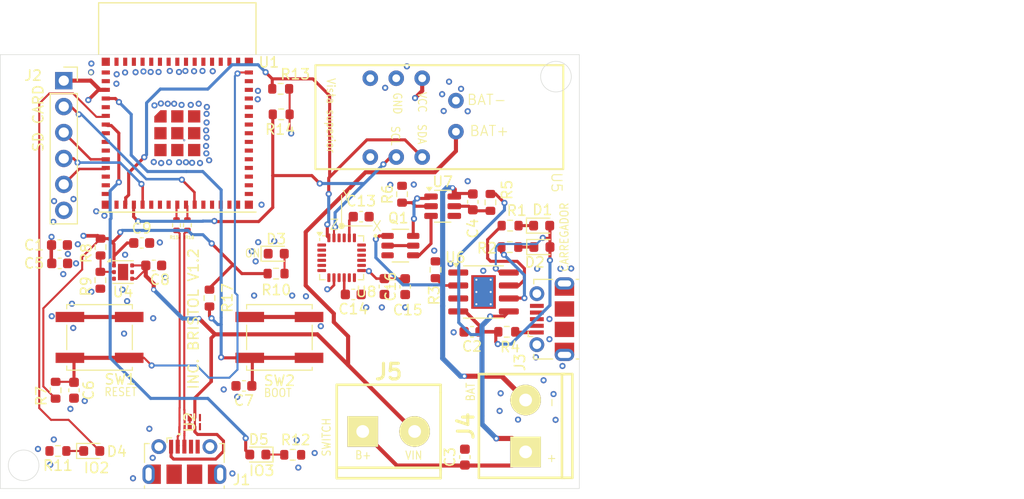
<source format=kicad_pcb>
(kicad_pcb (version 20241229) (generator "pcbnew") (generator_version "9.0")
  (layers (0 "F.Cu" jumper) (4 "In1.Cu" power "OUT-") (6 "In2.Cu" power "3V3") (2 "B.Cu" signal) (13 "F.Paste" user) (15 "B.Paste" user) (5 "F.SilkS" user "F.Silkscreen") (7 "B.SilkS" user "B.Silkscreen") (1 "F.Mask" user) (3 "B.Mask" user) (25 "Edge.Cuts" user))
  (net 0 "")
  (net 1 "/3V3")
  (net 2 "OUT-")
  (net 3 "/VBUSBAT")
  (net 4 "B+")
  (net 5 "Net-(U7-VCC)")
  (net 6 "B-")
  (net 7 "/ESP32_EN")
  (net 8 "/GPIO_0")
  (net 9 "VIN")
  (net 10 "Net-(D1-K)")
  (net 11 "Net-(D2-K)")
  (net 12 "Net-(D3-A)")
  (net 13 "/ESP_LED_1")
  (net 14 "Net-(D4-K)")
  (net 15 "Net-(D5-K)")
  (net 16 "/ESP_LED_2")
  (net 17 "/USB_N")
  (net 18 "/USB_P")
  (net 20 "/MISO")
  (net 21 "/CLK")
  (net 22 "/MOSI")
  (net 23 "/CS")
  (net 27 "Net-(J3-VBUS)")
  (net 28 "Net-(U7-OC)")
  (net 29 "Net-(U7-OD)")
  (net 30 "/CHRG")
  (net 31 "/STDBY")
  (net 32 "Net-(U6-PROG)")
  (net 33 "Net-(U7-CS)")
  (net 34 "Net-(U4-FB)")
  (net 35 "/SDA")
  (net 36 "/SCL")
  (net 69 "Net-(Q1-Pad2)")
  (net 70 "Net-(U8-CPOUT)")
  (net 71 "Net-(U8-REGOUT)")
  (net 86 "/IN_P")
  (net 87 "/IN_N")
  (footprint "Resistor_SMD:R_0402_1005Metric" (layer "F.Cu") (at 68.0974 126.0622 90)
    (property "Reference" "R16")
    (property "Value" "22" (hide yes))
  )
  (footprint "Capacitor_SMD:C_0603_1608Metric" (layer "F.Cu") (at 89.408 132.08 90)
    (property "Reference" "C16")
    (property "Value" "0.1µF 4V" (hide yes))
  )
  (footprint "Capacitor_SMD:C_0603_1608Metric" (layer "F.Cu") (at 73.625 141.8 180)
    (property "Reference" "C7")
    (property "Value" "0,1uF" (hide yes))
  )
  (footprint "Resistor_SMD:R_0603_1608Metric" (layer "F.Cu") (at 97.75 123.825 -90)
    (property "Reference" "R5")
    (property "Value" "100" (hide yes))
  )
  (footprint "Capacitor_SMD:C_0603_1608Metric" (layer "F.Cu") (at 85.103 125.222 180)
    (property "Reference" "C13")
    (property "Value" "2.2nF 50V" (hide yes))
  )
  (footprint "Resistor_SMD:R_0603_1608Metric" (layer "F.Cu") (at 77.275 115.2)
    (property "Reference" "R14")
    (property "Value" "4,7K" (hide yes))
  )
  (footprint "LED_SMD:LED_0603_1608Metric" (layer "F.Cu") (at 58.7375 148.175)
    (property "Reference" "D4")
    (property "Value" "BLUE" (hide yes))
  )
  (footprint "Resistor_SMD:R_0603_1608Metric" (layer "F.Cu") (at 55.425 148.175 180)
    (property "Reference" "R11")
    (property "Value" "1K" (hide yes))
  )
  (footprint "Package_SO:SOIC-8-1EP_3.9x4.9mm_P1.27mm_EP2.41x3.3mm_ThermalVias" (layer "F.Cu") (at 97.075 132.6)
    (property "Reference" "U6")
    (property "Value" "TP4056-42-ESOP8" (hide yes))
  )
  (footprint "Button_Switch_SMD:SW_Push_1P1T_NO_CK_KSC6xxJ" (layer "F.Cu") (at 77.1 137.05)
    (property "Reference" "SW2")
    (property "Value" "BOOT1" (hide yes))
  )
  (footprint "Resistor_SMD:R_0603_1608Metric" (layer "F.Cu") (at 59.579477 131.451958 -90)
    (property "Reference" "R9")
    (property "Value" "200K" (hide yes))
  )
  (footprint "Resistor_SMD:R_0603_1608Metric" (layer "F.Cu") (at 77.225 112.7)
    (property "Reference" "R13")
    (property "Value" "4,7K" (hide yes))
  )
  (footprint "Button_Switch_SMD:SW_Push_1P1T_NO_CK_KSC6xxJ" (layer "F.Cu") (at 59.5 137.05)
    (property "Reference" "SW1")
    (property "Value" "RESET1" (hide yes))
  )
  (footprint "Resistor_SMD:R_0603_1608Metric" (layer "F.Cu") (at 78.4 148.55)
    (property "Reference" "R12")
    (property "Value" "1K" (hide yes))
  )
  (footprint "Resistor_SMD:R_0603_1608Metric" (layer "F.Cu") (at 99.65 128.2)
    (property "Reference" "R2")
    (property "Value" "1K" (hide yes))
  )
  (footprint "MAX17043_module:MAX" (layer "F.Cu") (at 149.715 133.762 -90)
    (property "Reference" "U5")
    (property "Value" "~" (hide yes))
  )
  (footprint "Connector_USB:USB_Micro-B_Molex-105017-0001" (layer "F.Cu") (at 103.7555 135.264 90)
    (property "Reference" "J3")
    (property "Value" "USB_B_Micro" (hide yes))
  )
  (footprint "Resistor_SMD:R_0603_1608Metric" (layer "F.Cu") (at 92.375 130.425 90)
    (property "Reference" "R3")
    (property "Value" "3K" (hide yes))
  )
  (footprint "Capacitor_SMD:C_0603_1608Metric" (layer "F.Cu") (at 55.5775 128)
    (property "Reference" "C1")
    (property "Value" "0,1uF" (hide yes))
  )
  (footprint "Package_SON:WSON-6-1EP_2x2mm_P0.65mm_EP1x1.6mm" (layer "F.Cu") (at 61.8 130.65)
    (property "Reference" "U4")
    (property "Value" "TLV75801PDRV" (hide yes))
  )
  (footprint "LED_SMD:LED_0603_1608Metric" (layer "F.Cu") (at 74.9875 148.525 180)
    (property "Reference" "D5")
    (property "Value" "GREEN" (hide yes))
  )
  (footprint "Connector_PinSocket_2.54mm:PinSocket_1x06_P2.54mm_Vertical" (layer "F.Cu") (at 56 111.9)
    (property "Reference" "J2")
    (property "Value" "Conn_01x06_Socket" (hide yes))
  )
  (footprint "Capacitor_SMD:C_0603_1608Metric" (layer "F.Cu") (at 63.625 127.8)
    (property "Reference" "C9")
    (property "Value" "10uF" (hide yes))
  )
  (footprint "Connector_USB:USB_Micro-B_Molex-105017-0001" (layer "F.Cu") (at 67.8 149.2125)
    (property "Reference" "J1")
    (property "Value" "USB_B_Micro" (hide yes))
  )
  (footprint "mod_conn_screw:mors_2p" (layer "F.Cu") (at 87.793 146.264)
    (property "Reference" "J5")
    (property "Value" "Screw terminal for switch" (hide yes))
  )
  (footprint "Capacitor_SMD:C_0603_1608Metric" (layer "F.Cu") (at 55.6 129.8)
    (property "Reference" "C5")
    (property "Value" "10uF" (hide yes))
  )
  (footprint "footprints:UDFN10_ONS" (layer "F.Cu") (at 68.326 145.3515 90)
    (property "Reference" "U2")
    (property "Value" "ESD7104MUTAG" (hide yes))
  )
  (footprint "Resistor_SMD:R_0603_1608Metric" (layer "F.Cu") (at 76.775 130.8)
    (property "Reference" "R10")
    (property "Value" "5,1K" (hide yes))
  )
  (footprint "Resistor_SMD:R_0603_1608Metric" (layer "F.Cu") (at 99.675 126.1)
    (property "Reference" "R1")
    (property "Value" "1K" (hide yes))
  )
  (footprint "mod_conn_screw:mors_2p" (layer "F.Cu") (at 101.193 145.724 90)
    (property "Reference" "J4")
    (property "Value" "Screw_Terminal_01x02" (hide yes))
  )
  (footprint "LED_SMD:LED_0603_1608Metric" (layer "F.Cu") (at 102.7625 126.1)
    (property "Reference" "D1")
    (property "Value" "RED" (hide yes))
  )
  (footprint "Sensor_Motion:InvenSense_QFN-24_4x4mm_P0.5mm" (layer "F.Cu") (at 83.19 129.25)
    (property "Reference" "U8")
    (property "Value" "MPU-6050" (hide yes))
  )
  (footprint "FS8205:SOT95P280X145-6N" (layer "F.Cu") (at 88.94 128.06)
    (property "Reference" "Q1")
    (property "Value" "FS8205" (hide yes))
  )
  (footprint "Resistor_SMD:R_0402_1005Metric" (layer "F.Cu") (at 67.0306 126.0582 90)
    (property "Reference" "R15")
    (property "Value" "22" (hide yes))
  )
  (footprint "Capacitor_SMD:C_0603_1608Metric" (layer "F.Cu") (at 95.95 136.5 180)
    (property "Reference" "C2")
    (property "Value" "0,1uF")
  )
  (footprint "Resistor_SMD:R_0603_1608Metric" (layer "F.Cu") (at 70.2564 133.1976 -90)
    (property "Reference" "R17")
    (property "Value" "10K" (hide yes))
  )
  (footprint "Resistor_SMD:R_0603_1608Metric" (layer "F.Cu") (at 59.6 128.2 -90)
    (property "Reference" "R8")
    (property "Value" "1M" (hide yes))
  )
  (footprint "ESP32-S3-MINI-1-N8:XCVR_ESP32-S3-MINI-1-N8" (layer "F.Cu") (at 67.11 117.05)
    (property "Reference" "U1")
    (property "Value" "ESP32-S3-MINI-1")
  )
  (footprint "Capacitor_SMD:C_0603_1608Metric" (layer "F.Cu") (at 87.376 132.067 90)
    (property "Reference" "C15")
    (property "Value" "10nF 4V" (hide yes))
  )
  (footprint "Capacitor_SMD:C_0603_1608Metric" (layer "F.Cu") (at 57 142.225 -90)
    (property "Reference" "C6")
    (property "Value" "0,1uF" (hide yes))
  )
  (footprint "Capacitor_SMD:C_0603_1608Metric" (layer "F.Cu") (at 95.25 148.775 -90)
    (property "Reference" "C3")
    (property "Value" "10uF" (hide yes))
  )
  (footprint "Capacitor_SMD:C_0603_1608Metric" (layer "F.Cu") (at 96.025 123.775 90)
    (property "Reference" "C4")
    (property "Value" "0,1uF" (hide yes))
  )
  (footprint "Resistor_SMD:R_0603_1608Metric" (layer "F.Cu") (at 55.2 142.225 90)
    (property "Reference" "R7")
    (property "Value" "10K" (hide yes))
  )
  (footprint "LED_SMD:LED_0603_1608Metric" (layer "F.Cu") (at 102.7875 128.2)
    (property "Reference" "D2")
    (property "Value" "GREEN" (hide yes))
  )
  (footprint "Resistor_SMD:R_0603_1608Metric" (layer "F.Cu") (at 89.1 123.025 90)
    (property "Reference" "R6")
    (property "Value" "1K" (hide yes))
  )
  (footprint "LED_SMD:LED_0603_1608Metric" (layer "F.Cu") (at 76.7875 128.85)
    (property "Reference" "D3")
    (property "Value" "LED" (hide yes))
  )
  (footprint "Package_TO_SOT_SMD:SOT-23-6" (layer "F.Cu") (at 93.075 124.2)
    (property "Reference" "U7")
    (property "Value" "DW01A" (hide yes))
  )
  (footprint "Capacitor_SMD:C_0603_1608Metric" (layer "F.Cu") (at 64.8 130)
    (property "Reference" "C8")
    (property "Value" "10uF" (hide yes))
  )
  (footprint "Capacitor_SMD:C_0603_1608Metric" (layer "F.Cu") (at 84.328 132.842 180)
    (property "Reference" "C14")
    (property "Value" "0.1µF 2V" (hide yes))
  )
  (footprint "Resistor_SMD:R_0603_1608Metric" (layer "F.Cu") (at 99.35 136.5 180)
    (property "Reference" "R4")
    (property "Value" "0.4" (hide yes))
  )
  (gr_line (start 86.18 126.13) (end 83.18 126.13) (stroke (width 0.1)) (layer "F.SilkS"))
  (gr_circle (center 83.18 126.13) (end 83.44 126.13) (stroke (width 0.1)) (fill yes) (layer "F.SilkS"))
  (gr_line (start 83.18 126.13) (end 83.18 123.13) (stroke (width 0.1)) (layer "F.SilkS"))
  (gr_circle (center 104.164 111.506) (end 105.664 111.506) (stroke (width 0.05)) (fill no) (layer "Edge.Cuts"))
  (gr_circle (center 52.07 149.582) (end 53.57 149.582) (stroke (width 0.05)) (fill no) (layer "Edge.Cuts"))
  (gr_rect (start 49.784 109.35) (end 106.453584 151.851704) (stroke (width 0.05)) (fill no) (layer "Edge.Cuts"))
  (gr_text "BAT\n" (at 96.275 143.375 90) (layer "F.SilkS") (effects (font (size 0.8 0.7) (thickness 0.1)) (justify left bottom)))
  (gr_text "Y" (at 83.18 123.76103 0) (layer "F.SilkS") (effects (font (size 1 1) (thickness 0.1)) (justify left bottom)))
  (gr_text "ON" (at 73.675 129.275 0) (layer "F.SilkS") (effects (font (size 0.8 0.7) (thickness 0.1)) (justify left bottom)))
  (gr_text "-\n" (at 104.175 144 90) (layer "F.SilkS") (effects (font (size 0.8 0.8) (thickness 0.1)) (justify left bottom)))
  (gr_text "Z" (at 81.925 126.596201 0) (layer "F.SilkS") (effects (font (size 1 1) (thickness 0.1)) (justify left bottom)))
  (gr_text "INC. BRISTOL V1.2" (at 68.69 135.23 90) (layer "F.SilkS") (effects (font (size 1 1))))
  (gr_text "SD CARD" (at 53.5 115.59 90) (layer "F.SilkS") (effects (font (size 1 1))))
  (gr_text "RESET" (at 59.919332 142.861765 0) (layer "F.SilkS") (effects (font (size 0.8 0.7) (thickness 0.1)) (justify left bottom)))
  (gr_text "+\n" (at 104.15 149.475 90) (layer "F.SilkS") (effects (font (size 0.8 0.8) (thickness 0.1)) (justify left bottom)))
  (gr_text "SWITCH" (at 82.175 148.775 90) (layer "F.SilkS") (effects (font (size 0.8 0.7) (thickness 0.1)) (justify left bottom)))
  (gr_text "IO3" (at 75.37 150.11 0) (layer "F.SilkS") (effects (font (size 1 1))))
  (gr_text "VIN" (at 89.35 149.075 0) (layer "F.SilkS") (effects (font (size 0.8 0.7) (thickness 0.1)) (justify left bottom)))
  (gr_text "IO2\n" (at 59.21 149.83 0) (layer "F.SilkS") (effects (font (size 1 1))))
  (gr_text "CARREGADOR" (at 105.45 130.68 90) (layer "F.SilkS") (effects (font (size 0.8 0.7) (thickness 0.1)) (justify left bottom)))
  (gr_text "B+\n" (at 84.45 149.05 0) (layer "F.SilkS") (effects (font (size 0.8 0.7) (thickness 0.1)) (justify left bottom)))
  (gr_text "X" (at 86.106 126.746 0) (layer "F.SilkS") (effects (font (size 1 1) (thickness 0.1)) (justify left bottom)))
  (gr_text "BOOT\n" (at 75.525 142.95 0) (layer "F.SilkS") (effects (font (size 0.8 0.7) (thickness 0.1)) (justify left bottom)))
  (segment (start 82.44 131.936) (end 82.042 132.334) (width 0.25) (layer "F.Cu") (net 1))
  (segment (start 58.626386 111.9) (end 56 111.9) (width 0.4) (layer "F.Cu") (net 1))
  (segment (start 91.073 112.902) (end 90.375 113.6) (width 0.4) (layer "F.Cu") (net 1))
  (segment (start 60.375 127.375) (end 59.6 127.375) (width 0.3) (layer "F.Cu") (net 1))
  (segment (start 78.1 112.75) (end 78.05 112.7) (width 0.2) (layer "F.Cu") (net 1))
  (segment (start 72.5569 129.9319) (end 73.425 130.8) (width 0.3) (layer "F.Cu") (net 1))
  (segment (start 85.796 130.5) (end 85.852 130.556) (width 0.25) (layer "F.Cu") (net 1))
  (segment (start 60.9125 130) (end 60.9125 129.0875) (width 0.3) (layer "F.Cu") (net 1))
  (segment (start 87.376 131.292) (end 86.588 131.292) (width 0.25) (layer "F.Cu") (net 1))
  (segment (start 60.9125 129.0875) (end 62.2 127.8) (width 0.3) (layer "F.Cu") (net 1))
  (segment (start 59.301386 112.898614) (end 58.4 113.8) (width 0.35) (layer "F.Cu") (net 1))
  (segment (start 55.2 143.05) (end 54 141.85) (width 0.2) (layer "F.Cu") (net 1))
  (segment (start 54.775 128.0225) (end 54.775 127.225) (width 0.2) (layer "F.Cu") (net 1))
  (segment (start 70.2564 132.3726) (end 70.2564 132.2324) (width 0.3) (layer "F.Cu") (net 1))
  (segment (start 70.4741 127.8491) (end 72.5569 129.9319) (width 0.3) (layer "F.Cu") (net 1))
  (segment (start 60.9125 130) (end 60.9125 127.9125) (width 0.3) (layer "F.Cu") (net 1))
  (segment (start 60.7625 127.7625) (end 60.375 127.375) (width 0.3) (layer "F.Cu") (net 1))
  (segment (start 89.408 131.305) (end 87.389 131.305) (width 0.25) (layer "F.Cu") (net 1))
  (segment (start 78.1 115.2) (end 78.1 112.75) (width 0.2) (layer "F.Cu") (net 1))
  (segment (start 78.1 116.925) (end 78.25 117.075) (width 0.2) (layer "F.Cu") (net 1))
  (segment (start 54.775 127.225) (end 54.8 127.2) (width 0.2) (layer "F.Cu") (net 1))
  (segment (start 57.925 127.1) (end 59.325 127.1) (width 0.35) (layer "F.Cu") (net 1))
  (segment (start 61.525 127) (end 60.7625 127.7625) (width 0.3) (layer "F.Cu") (net 1))
  (segment (start 60.11 112.8) (end 60.085905 112.824095) (width 0.35) (layer "F.Cu") (net 1))
  (segment (start 60.11 112.8) (end 59.526386 112.8) (width 0.4) (layer "F.Cu") (net 1))
  (segment (start 82.042 132.334) (end 81.788 132.334) (width 0.25) (layer "F.Cu") (net 1))
  (segment (start 57.8 129.175) (end 59.6 127.375) (width 0.2) (layer "F.Cu") (net 1))
  (segment (start 59.325 127.1) (end 59.6 127.375) (width 0.35) (layer "F.Cu") (net 1))
  (segment (start 85.14 130.5) (end 85.796 130.5) (width 0.25) (layer "F.Cu") (net 1))
  (segment (start 54 141.85) (end 54 134.2) (width 0.2) (layer "F.Cu") (net 1))
  (segment (start 54 134.2) (end 57.8 130.4) (width 0.2) (layer "F.Cu") (net 1))
  (segment (start 82.44 131.2) (end 82.44 131.936) (width 0.25) (layer "F.Cu") (net 1))
  (segment (start 91.073 111.664) (end 91.073 112.902) (width 0.4) (layer "F.Cu") (net 1))
  (segment (start 57.8 130.4) (end 57.8 129.175) (width 0.2) (layer "F.Cu") (net 1))
  (segment (start 62.2 127.8) (end 62.85 127.8) (width 0.3) (layer "F.Cu") (net 1))
  (segment (start 59.526386 112.8) (end 58.626386 111.9) (width 0.4) (layer "F.Cu") (net 1))
  (segment (start 60.9125 127.9125) (end 60.7625 127.7625) (width 0.3) (layer "F.Cu") (net 1))
  (segment (start 87.389 131.305) (end 87.376 131.292) (width 0.25) (layer "F.Cu") (net 1))
  (segment (start 54.775 128.0225) (end 54.7525 128) (width 0.2) (layer "F.Cu") (net 1))
  (segment (start 86.588 131.292) (end 85.852 130.556) (width 0.25) (layer "F.Cu") (net 1))
  (segment (start 61.525 126.75) (end 61.525 127) (width 0.2) (layer "F.Cu") (net 1))
  (segment (start 54.775 129.8) (end 54.775 128.0225) (width 0.35) (layer "F.Cu") (net 1))
  (segment (start 78.1 115.2) (end 78.1 116.925) (width 0.2) (layer "F.Cu") (net 1))
  (segment (start 70.2564 132.2324) (end 72.5569 129.9319) (width 0.3) (layer "F.Cu") (net 1))
  (segment (start 73.425 130.8) (end 75.95 130.8) (width 0.3) (layer "F.Cu") (net 1))
  (via (at 78.25 117.075) (size 0.6) (drill 0.3) (layers "F.Cu" "B.Cu") (net 1))
  (via (at 61.525 126.75) (size 0.6) (drill 0.3) (layers "F.Cu" "B.Cu") (net 1))
  (via (at 58.4 113.8) (size 0.6) (drill 0.3) (layers "F.Cu" "B.Cu") (net 1))
  (via (at 81.788 132.334) (size 0.6) (drill 0.3) (layers "F.Cu" "B.Cu") (net 1))
  (via (at 90.375 113.6) (size 0.6) (drill 0.3) (layers "F.Cu" "B.Cu") (net 1))
  (via (at 70.4741 127.8491) (size 0.6) (drill 0.3) (layers "F.Cu" "B.Cu") (net 1))
  (via (at 57.925 127.1) (size 0.6) (drill 0.3) (layers "F.Cu" "B.Cu") (net 1))
  (via (at 85.852 130.556) (size 0.6) (drill 0.3) (layers "F.Cu" "B.Cu") (net 1))
  (via (at 54.8 127.2) (size 0.6) (drill 0.3) (layers "F.Cu" "B.Cu") (net 1))
  (segment (start 68.14 126.57) (end 61.705 126.57) (width 0.3) (layer "B.Cu") (net 1))
  (segment (start 69.615 126.99) (end 68.56 126.99) (width 0.3) (layer "B.Cu") (net 1))
  (segment (start 70.4741 127.8491) (end 69.615 126.99) (width 0.3) (layer "B.Cu") (net 1))
  (segment (start 68.56 126.99) (end 68.14 126.57) (width 0.3) (layer "B.Cu") (net 1))
  (segment (start 61.705 126.57) (end 61.525 126.75) (width 0.3) (layer "B.Cu") (net 1))
  (segment (start 68.306 145.697001) (end 68.306 145.6299) (width 0.2) (layer "F.Cu") (net 2))
  (segment (start 68.306 145.6299) (end 68.310201 145.625699) (width 0.2) (layer "F.Cu") (net 2))
  (segment (start 74.2 135.05) (end 80 135.05) (width 0.4) (layer "F.Cu") (net 2))
  (segment (start 68.326 145.796) (end 68.326 144.907) (width 0.2) (layer "F.Cu") (net 2))
  (segment (start 56.6 135.05) (end 62.4 135.05) (width 0.4) (layer "F.Cu") (net 2))
  (via (at 61.9 136.675) (size 0.6) (drill 0.3) (layers "F.Cu" "B.Cu") (net 2))
  (via (at 87.45 112.6) (size 0.6) (drill 0.3) (layers "F.Cu" "B.Cu") (net 2))
  (via (at 54.975 125.725) (size 0.6) (drill 0.3) (layers "F.Cu" "B.Cu") (net 2))
  (via (at 55.05 123.7) (size 0.6) (drill 0.3) (layers "F.Cu" "B.Cu") (net 2))
  (via (at 61.15 112.2) (size 0.6) (drill 0.3) (layers "F.Cu" "B.Cu") (net 2))
  (via (at 69.95 119.025) (size 0.6) (drill 0.3) (layers "F.Cu" "B.Cu") (net 2))
  (via (at 61.75 132.375) (size 0.6) (drill 0.3) (layers "F.Cu" "B.Cu") (net 2))
  (via (at 57.375 127.925) (size 0.6) (drill 0.3) (layers "F.Cu" "B.Cu") (net 2))
  (via (at 85.598 134.112) (size 0.6) (drill 0.3) (layers "F.Cu" "B.Cu") (net 2))
  (via (at 65.53 119.97) (size 0.6) (drill 0.3) (layers "F.Cu" "B.Cu") (net 2))
  (via (at 64.5 111.05) (size 0.6) (drill 0.3) (layers "F.Cu" "B.Cu") (net 2))
  (via (at 89.575 110.5) (size 0.6) (drill 0.3) (layers "F.Cu" "B.Cu") (net 2))
  (via (at 69.925 118.3) (size 0.6) (drill 0.3) (layers "F.Cu" "B.Cu") (net 2))
  (via (at 65.4 127.75) (size 0.6) (drill 0.3) (layers "F.Cu" "B.Cu") (net 2))
  (via (at 75.35 124.05) (size 0.6) (drill 0.3) (layers "F.Cu" "B.Cu") (net 2))
  (via (at 63.025 111.075) (size 0.6) (drill 0.3) (layers "F.Cu" "B.Cu") (net 2))
  (via (at 95.525 114.9) (size 0.6) (drill 0.3) (layers "F.Cu" "B.Cu") (net 2))
  (via (at 67.275 111.05) (size 0.6) (drill 0.3) (layers "F.Cu" "B.Cu") (net 2))
  (via (at 67.28 119.895) (size 0.6) (drill 0.3) (layers "F.Cu" "B.Cu") (net 2))
  (via (at 75 112.9) (size 0.6) (drill 0.3) (layers "F.Cu" "B.Cu") (net 2))
  (via (at 94.875 112.7) (size 0.6) (drill 0.3) (layers "F.Cu" "B.Cu") (net 2))
  (via (at 103.525 137.225) (size 0.6) (drill 0.3) (layers "F.Cu" "B.Cu") (net 2))
  (via (at 69.925 116.775) (size 0.6) (drill 0.3) (layers "F.Cu" "B.Cu") (net 2))
  (via (at 75.025 127.725) (size 0.6) (drill 0.3) (layers "F.Cu" "B.Cu") (net 2))
  (via (at 53.475 147.975) (size 0.6) (drill 0.3) (layers "F.Cu" "B.Cu") (net 2))
  (via (at 56.65 144.05) (size 0.6) (drill 0.3) (layers "F.Cu" "B.Cu") (net 2))
  (via (at 98.75 142.525) (size 0.6) (drill 0.3) (layers "F.Cu" "B.Cu") (net 2))
  (via (at 93.7 112) (size 0.6) (drill 0.3) (layers "F.Cu" "B.Cu") (net 2))
  (via (at 65.275 111.05) (size 0.6) (drill 0.3) (layers "F.Cu" "B.Cu") (net 2))
  (via (at 70.575 110.975) (size 0.6) (drill 0.3) (layers "F.Cu" "B.Cu") (net 2))
  (via (at 58.7 110.225) (size 0.6) (drill 0.3) (layers "F.Cu" "B.Cu") (net 2))
  (via (at 58.7 132.575) (size 0.6) (drill 0.3) (layers "F.Cu" "B.Cu") (net 2))
  (via (at 69.575 110.95) (size 0.6) (drill 0.3) (layers "F.Cu" "B.Cu") (net 2))
  (via (at 61.175 111.275) (size 0.6) (drill 0.3) (layers "F.Cu" "B.Cu") (net 2))
  (via (at 98.65 144.25) (size 0.6) (drill 0.3) (layers "F.Cu" "B.Cu") (net 2))
  (via (at 62.775 150.85) (size 0.6) (drill 0.3) (layers "F.Cu" "B.Cu") (net 2))
  (via (at 55.95 130.85) (size 0.6) (drill 0.3) (layers "F.Cu" "B.Cu") (net 2))
  (via (at 58.675 111.075) (size 0.6) (drill 0.3) (layers "F.Cu" "B.Cu") (net 2))
  (via (at 56.4 128.875) (size 0.6) (drill 0.3) (layers "F.Cu" "B.Cu") (net 2))
  (via (at 54.675 149.525) (size 0.6) (drill 0.3) (layers "F.Cu" "B.Cu") (net 2))
  (via (at 56.925 136.125) (size 0.6) (drill 0.3) (layers "F.Cu" "B.Cu") (net 2))
  (via (at 67.955 119.895) (size 0.6) (drill 0.3) (layers "F.Cu" "B.Cu") (net 2))
  (via (at 74.975 113.725) (size 0.6) (drill 0.3) (layers "F.Cu" "B.Cu") (net 2))
  (via (at 94.15 136.55) (size 0.6) (drill 0.3) (layers "F.Cu" "B.Cu") (net 2))
  (via (at 78.35 132.95) (size 0.6) (drill 0.3) (layers "F.Cu" "B.Cu") (net 2))
  (via (at 65.5 114.135) (size 0.6) (drill 0.3) (layers "F.Cu" "B.Cu") (net 2))
  (via (at 54.825 134.975) (size 0.6) (drill 0.3) (layers "F.Cu" "B.Cu") (net 2))
  (via (at 59.975 125.125) (size 0.6) (drill 0.3) (layers "F.Cu" "B.Cu") (net 2))
  (via (at 74.775 129.6) (size 0.6) (drill 0.3) (layers "F.Cu" "B.Cu") (net 2))
  (via (at 69.33 119.97) (size 0.6) (drill 0.3) (layers "F.Cu" "B.Cu") (net 2))
  (via (at 93.025 113.225) (size 0.6) (drill 0.3) (layers "F.Cu" "B.Cu") (net 2))
  (via (at 59.175 124.7) (size 0.6) (drill 0.3) (layers "F.Cu" "B.Cu") (net 2))
  (via (at 105.65 130.3) (size 0.6) (drill 0.3) (layers "F.Cu" "B.Cu") (net 2))
  (via (at 80.55 148.375) (size 0.6) (drill 0.3) (layers "F.Cu" "B.Cu") (net 2))
  (via (at 64.7 148.85) (size 0.6) (drill 0.3) (layers "F.Cu" "B.Cu") (net 2))
  (via (at 87.95 122.1) (size 0.6) (drill 0.3) (layers "F.Cu" "B.Cu") (net 2))
  (via (at 87.122 134.112) (size 0.6) (drill 0.3) (layers "F.Cu" "B.Cu") (net 2))
  (via (at 58.05 143.275) (size 0.6) (drill 0.3) (layers "F.Cu" "B.Cu") (net 2))
  (via (at 71.65 142.15) (size 0.6) (drill 0.3) (layers "F.Cu" "B.Cu") (net 2))
  (via (at 67.525 114.275) (size 0.6) (drill 0.3) (layers "F.Cu" "B.Cu") (net 2))
  (via (at 70.225 119.7) (size 0.6) (drill 0.3) (layers "F.Cu" "B.Cu") (net 2))
  (via (at 102.95 141.25) (size 0.6) (drill 0.3) (layers "F.Cu" "B.Cu") (net 2))
  (via (at 104.125 145.125) (size 0.6) (drill 0.3) (layers "F.Cu" "B.Cu") (net 2))
  (via (at 95.525 121.75) (size 0.6) (drill 0.3) (layers "F.Cu" "B.Cu") (net 2))
  (via (at 63.8 111) (size 0.6) (drill 0.3) (layers "F.Cu" "B.Cu") (net 2))
  (via (at 65.95 131.15) (size 0.6) (drill 0.3) (layers "F.Cu" "B.Cu") (net 2))
  (via (at 68.425 114.275) (size 0.6) (drill 0.3) (layers "F.Cu" "B.Cu") (net 2))
  (via (at 72.5 150.375) (size 0.6) (drill 0.3) (layers "F.Cu" "B.Cu") (net 2))
  (via (at 68.555 119.945) (size 0.6) (drill 0.3) (layers "F.Cu" "B.Cu") (net 2))
  (via (at 93.85 129.85) (size 0.6) (drill 0.3) (layers "F.Cu" "B.Cu") (net 2))
  (via (at 104.6 130.325) (size 0.6) (drill 0.3) (layers "F.Cu" "B.Cu") (net 2))
  (via (at 93.175 114.875) (size 0.6) (drill 0.3) (layers "F.Cu" "B.Cu") (net 2))
  (via (at 69.2 114.16) (size 0.6) (drill 0.3) (layers "F.Cu" "B.Cu") (net 2))
  (via (at 92.25 128.55) (size 0.6) (drill 0.3) (layers "F.Cu" "B.Cu") (net 2))
  (via (at 62.2 133.5) (size 0.6) (drill 0.3) (layers "F.Cu" "B.Cu") (net 2))
  (via (at 74.625 132.95) (size 0.6) (drill 0.3) (layers "F.Cu" "B.Cu") (net 2))
  (via (at 72.975 142.875) (size 0.6) (drill 0.3) (layers "F.Cu" "B.Cu") (net 2))
  (via (at 89.408 134.112) (size 0.6) (drill 0.3) (layers "F.Cu" "B.Cu") (net 2))
  (via (at 69.975 117.475) (size 0.6) (drill 0.3) (layers "F.Cu" "B.Cu") (net 2))
  (via (at 78.8 147.125) (size 0.6) (drill 0.3) (layers "F.Cu" "B.Cu") (net 2))
  (via (at 103.925 142.6) (size 0.6) (drill 0.3) (layers "F.Cu" "B.Cu") (net 2))
  (via (at 69.975 116) (size 0.6) (drill 0.3) (layers "F.Cu" "B.Cu") (net 2))
  (via (at 57.2 129.8) (size 0.6) (drill 0.3) (layers "F.Cu" "B.Cu") (net 2))
  (via (at 66.305 119.895) (size 0.6) (drill 0.3) (layers "F.Cu" "B.Cu") (net 2))
  (via (at 62 111.1) (size 0.6) (drill 0.3) (layers "F.Cu" "B.Cu") (net 2))
  (via (at 102.325 130.325) (size 0.6) (drill 0.3) (layers "F.Cu" "B.Cu") (net 2))
  (via (at 79.7 133.025) (size 0.6) (drill 0.3) (layers "F.Cu" "B.Cu") (net 2))
  (via (at 67.78 117.73) (size 0.2) (drill 0.1) (layers "F.Cu" "B.Cu") (net 2))
  (via (at 64.375 146) (size 0.6) (drill 0.3) (layers "F.Cu" "B.Cu") (net 2))
  (via (at 56.8 133.75) (size 0.6) (drill 0.3) (layers "F.Cu" "B.Cu") (net 2))
  (via (at 66.175 114.16) (size 0.6) (drill 0.3) (layers "F.Cu" "B.Cu") (net 2))
  (via (at 66.8 114.16) (size 0.6) (drill 0.3) (layers "F.Cu" "B.Cu") (net 2))
  (via (at 102.2 139) (size 0.6) (drill 0.3) (layers "F.Cu" "B.Cu") (net 2))
  (via (at 66.375 110.95) (size 0.6) (drill 0.3) (layers "F.Cu" "B.Cu") (net 2))
  (via (at 68.75 110.975) (size 0.6) (drill 0.3) (layers "F.Cu" "B.Cu") (net 2))
  (via (at 103.525 135.25) (size 0.6) (drill 0.3) (layers "F.Cu" "B.Cu") (net 2))
  (via (at 62 128.95) (size 0.6) (drill 0.3) (layers "F.Cu" "B.Cu") (net 2))
  (via (at 76.6 127.625) (size 0.6) (drill 0.3) (layers "F.Cu" "B.Cu") (net 2))
  (via (at 74.4 128.625) (size 0.6) (drill 0.3) (layers "F.Cu" "B.Cu") (net 2))
  (via (at 55.025 147.05) (size 0.6) (drill 0.3) (layers "F.Cu" "B.Cu") (net 2))
  (via (at 78.95 149.8) (size 0.6) (drill 0.3) (layers "F.Cu" "B.Cu") (net 2))
  (via (at 67.9 110.95) (size 0.6) (drill 0.3) (layers "F.Cu" "B.Cu") (net 2))
  (via (at 64.875 114.325) (size 0.6) (drill 0.3) (layers "F.Cu" "B.Cu") (net 2))
  (via (at 56.95 123.5) (size 0.6) (drill 0.3) (layers "F.Cu" "B.Cu") (net 2))
  (via (at 81.15 135.95) (size 0.6) (drill 0.3) (layers "F.Cu" "B.Cu") (net 2))
  (via (at 70 114.475) (size 0.6) (drill 0.3) (layers "F.Cu" "B.Cu") (net 2))
  (via (at 104.8 139.85) (size 0.6) (drill 0.3) (layers "F.Cu" "B.Cu") (net 2))
  (via (at 97.05 130.525) (size 0.6) (drill 0.3) (layers "F.Cu" "B.Cu") (net 2))
  (via (at 64.75 135.175) (size 0.6) (drill 0.3) (layers "F.Cu" "B.Cu") (net 2))
  (via (at 64.805 119.87) (size 0.6) (drill 0.3) (layers "F.Cu" "B.Cu") (net 2))
  (via (at 69.975 115.15) (size 0.6) (drill 0.3) (layers "F.Cu" "B.Cu") (net 2))
  (via (at 90.25 122.075) (size 0.6) (drill 0.3) (layers "F.Cu" "B.Cu") (net 2))
  (via (at 100.45 145.1) (size 0.6) (drill 0.3) (layers "F.Cu" "B.Cu") (net 2))
  (segment (start 98.475 137.7) (end 98.275 137.5) (width 0.3) (layer "F.Cu") (net 3))
  (segment (start 103.575 127.3) (end 103.575 126.125) (width 0.3) (layer "F.Cu") (net 3))
  (segment (start 98.275 136.75) (end 98.525 136.5) (width 0.3) (layer "F.Cu") (net 3))
  (segment (start 99.55 130.695) (end 98.67 130.695) (width 0.2) (layer "F.Cu") (net 3))
  (segment (start 95.28 134.505) (end 94.6 134.505) (width 0.35) (layer "F.Cu") (net 3))
  (segment (start 98.275 137.5) (end 98.275 136.75) (width 0.3) (layer "F.Cu") (net 3))
  (segment (start 103.575 128.2) (end 103.575 127.3) (width 0.3) (layer "F.Cu") (net 3))
  (segment (start 96.775 136.5) (end 96.775 136) (width 0.35) (layer "F.Cu") (net 3))
  (segment (start 103.575 128.2) (end 103.575 129.5) (width 0.3) (layer "F.Cu") (net 3))
  (segment (start 98.67 130.695) (end 98.275 130.3) (width 0.2) (layer "F.Cu") (net 3))
  (segment (start 102.875 127.3) (end 103.575 127.3) (width 0.2) (layer "F.Cu") (net 3))
  (segment (start 96.775 136.5) (end 98.525 136.5) (width 0.35) (layer "F.Cu") (net 3))
  (segment (start 103.575 126.125) (end 103.55 126.1) (width 0.3) (layer "F.Cu") (net 3))
  (segment (start 96.775 136) (end 95.28 134.505) (width 0.35) (layer "F.Cu") (net 3))
  (segment (start 96.775 136.5) (end 96.495 136.5) (width 0.35) (layer "F.Cu") (net 3))
  (via (at 98.475 137.7) (size 0.6) (drill 0.3) (layers "F.Cu" "B.Cu") (net 3))
  (via (at 98.275 130.3) (size 0.6) (drill 0.3) (layers "F.Cu" "B.Cu") (net 3))
  (via (at 102.875 127.3) (size 0.6) (drill 0.3) (layers "F.Cu" "B.Cu") (net 3))
  (via (at 103.575 129.5) (size 0.6) (drill 0.3) (layers "F.Cu" "B.Cu") (net 3))
  (segment (start 98.275 128.2) (end 98.575 127.9) (width 0.2) (layer "B.Cu") (net 3))
  (segment (start 103.575 129.5) (end 103.575 133.9) (width 0.3) (layer "B.Cu") (net 3))
  (segment (start 98.575 127.9) (end 102.275 127.9) (width 0.2) (layer "B.Cu") (net 3))
  (segment (start 102.275 127.9) (end 102.875 127.3) (width 0.2) (layer "B.Cu") (net 3))
  (segment (start 101.075 136.4) (end 99.775 137.7) (width 0.3) (layer "B.Cu") (net 3))
  (segment (start 99.775 137.7) (end 98.475 137.7) (width 0.3) (layer "B.Cu") (net 3))
  (segment (start 98.275 130.3) (end 98.275 128.2) (width 0.2) (layer "B.Cu") (net 3))
  (segment (start 103.575 133.9) (end 101.075 136.4) (width 0.3) (layer "B.Cu") (net 3))
  (segment (start 99.055 135) (end 97.725 135) (width 0.35) (layer "F.Cu") (net 4))
  (segment (start 88.589 149.6) (end 85.253 146.264) (width 0.4) (layer "F.Cu") (net 4))
  (segment (start 95.25 149.6) (end 99.857 149.6) (width 0.4) (layer "F.Cu") (net 4))
  (segment (start 95.25 149.6) (end 88.589 149.6) (width 0.4) (layer "F.Cu") (net 4))
  (segment (start 97.75 123) (end 98.25 123) (width 0.3) (layer "F.Cu") (net 4))
  (segment (start 98.325 146.95) (end 99.879 146.95) (width 0.5) (layer "F.Cu") (net 4))
  (segment (start 98.25 123) (end 99.125 123.875) (width 0.3) (layer "F.Cu") (net 4))
  (segment (start 99.857 149.6) (end 101.193 148.264) (width 0.4) (layer "F.Cu") (net 4))
  (segment (start 99.879 146.95) (end 101.193 148.264) (width 0.35) (layer "F.Cu") (net 4))
  (segment (start 99.55 134.505) (end 99.055 135) (width 0.35) (layer "F.Cu") (net 4))
  (via (at 97.725 135) (size 0.6) (drill 0.3) (layers "F.Cu" "B.Cu") (net 4))
  (via (at 98.325 146.95) (size 0.6) (drill 0.3) (layers "F.Cu" "B.Cu") (net 4))
  (via (at 99.125 123.875) (size 0.6) (drill 0.3) (layers "F.Cu" "B.Cu") (net 4))
  (segment (start 94.65 129.05) (end 94.65 135.6) (width 0.3) (layer "B.Cu") (net 4))
  (segment (start 97.725 135.1) (end 97.175 135.65) (width 0.5) (layer "B.Cu") (net 4))
  (segment (start 96.925 135.9) (end 96.925 136.775) (width 0.5) (layer "B.Cu") (net 4))
  (segment (start 95.825 136.775) (end 96.925 136.775) (width 0.3) (layer "B.Cu") (net 4))
  (segment (start 99.125 124.575) (end 94.65 129.05) (width 0.3) (layer "B.Cu") (net 4))
  (segment (start 96.925 136.775) (end 96.925 144.75) (width 0.5) (layer "B.Cu") (net 4))
  (segment (start 94.65 135.6) (end 95.825 136.775) (width 0.3) (layer "B.Cu") (net 4))
  (segment (start 97.175 135.65) (end 96.925 135.9) (width 0.5) (layer "B.Cu") (net 4))
  (segment (start 97.725 135) (end 97.725 135.1) (width 0.35) (layer "B.Cu") (net 4))
  (segment (start 96.925 145.55) (end 98.325 146.95) (width 0.5) (layer "B.Cu") (net 4))
  (segment (start 99.125 123.875) (end 99.125 124.575) (width 0.3) (layer "B.Cu") (net 4))
  (segment (start 96.925 144.75) (end 96.925 145.55) (width 0.5) (layer "B.Cu") (net 4))
  (segment (start 96.025 124.6) (end 95.625 124.2) (width 0.3) (layer "F.Cu") (net 5))
  (segment (start 96.075 124.65) (end 96.025 124.6) (width 0.3) (layer "F.Cu") (net 5))
  (segment (start 97.75 124.65) (end 96.075 124.65) (width 0.3) (layer "F.Cu") (net 5))
  (segment (start 95.625 124.2) (end 94.2125 124.2) (width 0.3) (layer "F.Cu") (net 5))
  (segment (start 86.87 127.11) (end 86.54 127.44) (width 0.3) (layer "F.Cu") (net 6))
  (segment (start 95.2 140.85) (end 98.859 140.85) (width 0.5) (layer "F.Cu") (net 6))
  (segment (start 96.025 122.95) (end 94.5125 122.95) (width 0.3) (layer "F.Cu") (net 6))
  (segment (start 87.685 127.11) (end 86.87 127.11) (width 0.3) (layer "F.Cu") (net 6))
  (segment (start 98.859 140.85) (end 101.193 143.184) (width 0.5) (layer "F.Cu") (net 6))
  (segment (start 94.2125 123.25) (end 94.2125 122.5625) (width 0.5) (layer "F.Cu") (net 6))
  (segment (start 94.5125 122.95) (end 94.2125 123.25) (width 0.3) (layer "F.Cu") (net 6))
  (segment (start 94.2125 122.5625) (end 94.05 122.4) (width 0.3) (layer "F.Cu") (net 6))
  (via (at 95.2 140.85) (size 0.5) (drill 0.3) (layers "F.Cu" "B.Cu") (net 6))
  (via (at 94.05 122.4) (size 0.5) (drill 0.3) (layers "F.Cu" "B.Cu") (net 6))
  (via (at 86.54 127.44) (size 0.6) (drill 0.3) (layers "F.Cu" "B.Cu") (net 6))
  (segment (start 93.075 131.9) (end 93.075 133.975) (width 0.5) (layer "B.Cu") (net 6))
  (segment (start 93.075 133.975) (end 93.075 139.1) (width 0.5) (layer "B.Cu") (net 6))
  (segment (start 93.075 122.8) (end 93.075 131.9) (width 0.5) (layer "B.Cu") (net 6))
  (segment (start 93.075 139.1) (end 94.825 140.85) (width 0.5) (layer "B.Cu") (net 6))
  (segment (start 94.825 140.85) (end 95.2 140.85) (width 0.5) (layer "B.Cu") (net 6))
  (segment (start 89.2 131.9) (end 93.075 131.9) (width 0.3) (layer "B.Cu") (net 6))
  (segment (start 94.05 122.4) (end 93.475 122.4) (width 0.5) (layer "B.Cu") (net 6))
  (segment (start 86.54 129.24) (end 89.2 131.9) (width 0.3) (layer "B.Cu") (net 6))
  (segment (start 86.54 127.44) (end 86.54 129.24) (width 0.3) (layer "B.Cu") (net 6))
  (segment (start 93.475 122.4) (end 93.075 122.8) (width 0.5) (layer "B.Cu") (net 6))
  (segment (start 73.987291 111.1) (end 74.085905 111.198614) (width 0.2) (layer "F.Cu") (net 7))
  (segment (start 57 141.4) (end 55.2 141.4) (width 0.2) (layer "F.Cu") (net 7))
  (segment (start 57 139.45) (end 56.6 139.05) (width 0.2) (layer "F.Cu") (net 7))
  (segment (start 57 141.4) (end 57 139.45) (width 0.3) (layer "F.Cu") (net 7))
  (segment (start 63.85 139.05) (end 64.6 139.8) (width 0.2) (layer "F.Cu") (net 7))
  (segment (start 73.1 111.1) (end 73.987291 111.1) (width 0.2) (layer "F.Cu") (net 7))
  (segment (start 73 111.2) (end 73.1 111.1) (width 0.2) (layer "F.Cu") (net 7))
  (segment (start 62.4 139.05) (end 63.85 139.05) (width 0.2) (layer "F.Cu") (net 7))
  (segment (start 56.6 139.05) (end 62.4 139.05) (width 0.4) (layer "F.Cu") (net 7))
  (via (at 73 111.2) (size 0.6) (drill 0.3) (layers "F.Cu" "B.Cu") (net 7))
  (via (at 64.6 139.8) (size 0.6) (drill 0.3) (layers "F.Cu" "B.Cu") (net 7))
  (segment (start 64.6 139.8) (end 69 139.8) (width 0.2) (layer "B.Cu") (net 7))
  (segment (start 73 132.925) (end 72.7456 132.6706) (width 0.2) (layer "B.Cu") (net 7))
  (segment (start 72.2 141) (end 73 140.2) (width 0.2) (layer "B.Cu") (net 7))
  (segment (start 69 139.8) (end 70.2 141) (width 0.2) (layer "B.Cu") (net 7))
  (segment (start 72.7456 111.4544) (end 73 111.2) (width 0.2) (layer "B.Cu") (net 7))
  (segment (start 73 140.2) (end 73 132.925) (width 0.2) (layer "B.Cu") (net 7))
  (segment (start 70.2 141) (end 72.2 141) (width 0.2) (layer "B.Cu") (net 7))
  (segment (start 72.7456 132.6706) (end 72.7456 111.4544) (width 0.2) (layer "B.Cu") (net 7))
  (segment (start 60.184519 113.65) (end 61.05 113.65) (width 0.3) (layer "F.Cu") (net 8))
  (segment (start 61.05 113.65) (end 61.4 114) (width 0.3) (layer "F.Cu") (net 8))
  (segment (start 70.2564 134.9756) (end 70.4596 135.1788) (width 0.3) (layer "F.Cu") (net 8))
  (segment (start 71.45 139.05) (end 74.2 139.05) (width 0.3) (layer "F.Cu") (net 8))
  (segment (start 74.45 141.4) (end 74.45 139.3) (width 0.3) (layer "F.Cu") (net 8))
  (segment (start 74.45 139.3) (end 74.2 139.05) (width 0.2) (layer "F.Cu") (net 8))
  (segment (start 70.2564 134.0226) (end 70.2564 134.9756) (width 0.3) (layer "F.Cu") (net 8))
  (segment (start 74.2 139.05) (end 80 139.05) (width 0.4) (layer "F.Cu") (net 8))
  (segment (start 71.4 139) (end 71.45 139.05) (width 0.2) (layer "F.Cu") (net 8))
  (via (at 71.4 139) (size 0.6) (drill 0.3) (layers "F.Cu" "B.Cu") (net 8))
  (via (at 70.4596 135.1788) (size 0.6) (drill 0.3) (layers "F.Cu" "B.Cu") (net 8))
  (via (at 61.4 114) (size 0.6) (drill 0.3) (layers "F.Cu" "B.Cu") (net 8))
  (segment (start 71.4 135.7884) (end 71.4 139) (width 0.3) (layer "B.Cu") (net 8))
  (segment (start 62.6 119.2) (end 64.2 120.8) (width 0.3) (layer "B.Cu") (net 8))
  (segment (start 61.4 114) (end 62.6 115.2) (width 0.3) (layer "B.Cu") (net 8))
  (segment (start 70.2 121.4) (end 71.4 122.6) (width 0.3) (layer "B.Cu") (net 8))
  (segment (start 71.4 135.125) (end 71.4 135.7884) (width 0.3) (layer "B.Cu") (net 8))
  (segment (start 68 120.8) (end 69.6 120.8) (width 0.3) (layer "B.Cu") (net 8))
  (segment (start 70.4596 135.1788) (end 71.0692 135.7884) (width 0.3) (layer "B.Cu") (net 8))
  (segment (start 64.2 120.8) (end 68 120.8) (width 0.3) (layer "B.Cu") (net 8))
  (segment (start 71.0692 135.7884) (end 71.4 135.7884) (width 0.3) (layer "B.Cu") (net 8))
  (segment (start 62.6 115.2) (end 62.6 119.2) (width 0.3) (layer "B.Cu") (net 8))
  (segment (start 71.4 122.6) (end 71.4 135.125) (width 0.3) (layer "B.Cu") (net 8))
  (segment (start 69.6 120.8) (end 70.2 121.4) (width 0.3) (layer "B.Cu") (net 8))
  (segment (start 92.3 120.875) (end 85.525 120.875) (width 0.4) (layer "F.Cu") (net 9))
  (segment (start 69.088 146.558) (end 68.825999 146.295999) (width 0.3) (layer "F.Cu") (net 9))
  (segment (start 70.425 141.375) (end 70.425 137.125) (width 0.35) (layer "F.Cu") (net 9))
  (segment (start 79.675 126.725) (end 79.675 131.965) (width 0.4) (layer "F.Cu") (net 9))
  (segment (start 62.7125 130.025) (end 62.6875 130) (width 0.2) (layer "F.Cu") (net 9))
  (segment (start 69.5125 135.4625) (end 69.25 135.2) (width 0.4) (layer "F.Cu") (net 9))
  (segment (start 90.333 146.264) (end 83.822 139.753) (width 0.4) (layer "F.Cu") (net 9))
  (segment (start 64.8 132.375) (end 64.8 131.8) (width 0.4) (layer "F.Cu") (net 9))
  (segment (start 62.6875 131.3) (end 62.9 131.3) (width 0.2) (layer "F.Cu") (net 9))
  (segment (start 70.993 146.558) (end 69.088 146.558) (width 0.3) (layer "F.Cu") (net 9))
  (segment (start 70.8 136.75) (end 69.5125 135.4625) (width 0.4) (layer "F.Cu") (net 9))
  (segment (start 94.375 118.8) (end 92.3 120.875) (width 0.4) (layer "F.Cu") (net 9))
  (segment (start 63.1 131.3) (end 64.025 130.375) (width 0.2) (layer "F.Cu") (net 9))
  (segment (start 85.525 120.875) (end 79.675 126.725) (width 0.4) (layer "F.Cu") (net 9))
  (segment (start 62.6875 130) (end 64.025 130) (width 0.2) (layer "F.Cu") (net 9))
  (segment (start 70.866 148.971) (end 71.628 148.209) (width 0.3) (layer "F.Cu") (net 9))
  (segment (start 68.825999 144.907) (end 68.825999 145.796) (width 0.2) (layer "F.Cu") (net 9))
  (segment (start 64.025 131.025) (end 64.025 130) (width 0.4) (layer "F.Cu") (net 9))
  (segment (start 64.8 131.8) (end 64.025 131.025) (width 0.4) (layer "F.Cu") (net 9))
  (segment (start 66.5 147.75) (end 66.5 148.725) (width 0.3) (layer "F.Cu") (net 9))
  (segment (start 82.425 135.55) (end 83.822 136.947) (width 0.4) (layer "F.Cu") (net 9))
  (segment (start 62.6875 131.3) (end 63.1 131.3) (width 0.2) (layer "F.Cu") (net 9))
  (segment (start 64 130.2) (end 64 130.025) (width 0.2) (layer "F.Cu") (net 9))
  (segment (start 64.025 130.375) (end 64.025 130) (width 0.2) (layer "F.Cu") (net 9))
  (segment (start 69.25 135.2) (end 69.225 135.2) (width 0.4) (layer "F.Cu") (net 9))
  (segment (start 68.825999 146.295999) (end 68.825999 145.796) (width 0.3) (layer "F.Cu") (net 9))
  (segment (start 68.825999 142.974001) (end 70.425 141.375) (width 0.3) (layer "F.Cu") (net 9))
  (segment (start 68.825999 142.974001) (end 68.825999 144.907) (width 0.3) (layer "F.Cu") (net 9))
  (segment (start 71.628 147.193) (end 70.993 146.558) (width 0.3) (layer "F.Cu") (net 9))
  (segment (start 94.375 116.9) (end 94.375 118.8) (width 0.4) (layer "F.Cu") (net 9))
  (segment (start 82.425 134.715) (end 82.425 135.55) (width 0.4) (layer "F.Cu") (net 9))
  (segment (start 70.425 137.125) (end 70.8 136.75) (width 0.35) (layer "F.Cu") (net 9))
  (segment (start 83.822 139.753) (end 80.819 136.75) (width 0.4) (layer "F.Cu") (net 9))
  (segment (start 79.675 131.965) (end 82.425 134.715) (width 0.4) (layer "F.Cu") (net 9))
  (segment (start 80.819 136.75) (end 70.8 136.75) (width 0.4) (layer "F.Cu") (net 9))
  (segment (start 83.822 136.947) (end 83.822 139.753) (width 0.4) (layer "F.Cu") (net 9))
  (segment (start 66.746 148.971) (end 70.866 148.971) (width 0.3) (layer "F.Cu") (net 9))
  (segment (start 71.628 148.209) (end 71.628 147.193) (width 0.3) (layer "F.Cu") (net 9))
  (segment (start 66.5 148.725) (end 66.746 148.971) (width 0.3) (layer "F.Cu") (net 9))
  (via (at 69.225 135.2) (size 0.5) (drill 0.3) (layers "F.Cu" "B.Cu") (net 9))
  (via (at 64.8 132.375) (size 0.5) (drill 0.3) (layers "F.Cu" "B.Cu") (net 9))
  (segment (start 67.625 135.2) (end 64.8 132.375) (width 0.4) (layer "B.Cu") (net 9))
  (segment (start 69.225 135.2) (end 67.625 135.2) (width 0.4) (layer "B.Cu") (net 9))
  (segment (start 100.5 126.1) (end 101.975 126.1) (width 0.3) (layer "F.Cu") (net 10))
  (segment (start 100.475 128.2) (end 102 128.2) (width 0.3) (layer "F.Cu") (net 11))
  (segment (start 77.6 130.8) (end 77.6 128.875) (width 0.2) (layer "F.Cu") (net 12))
  (segment (start 77.6 128.875) (end 77.575 128.85) (width 0.2) (layer "F.Cu") (net 12))
  (segment (start 56.475 145.125) (end 54.75 145.125) (width 0.2) (layer "F.Cu") (net 13))
  (segment (start 59.525 148.175) (end 56.475 145.125) (width 0.2) (layer "F.Cu") (net 13))
  (segment (start 59.198671 115.448614) (end 60.085905 115.448614) (width 0.2) (layer "F.Cu") (net 13))
  (segment (start 56.900057 113.15) (end 59.198671 115.448614) (width 0.2) (layer "F.Cu") (net 13))
  (segment (start 53.599 143.974) (end 53.599 114.151) (width 0.2) (layer "F.Cu") (net 13))
  (segment (start 54.6 113.15) (end 56.900057 113.15) (width 0.2) (layer "F.Cu") (net 13))
  (segment (start 54.75 145.125) (end 53.599 143.974) (width 0.2) (layer "F.Cu") (net 13))
  (segment (start 53.599 114.151) (end 54.6 113.15) (width 0.2) (layer "F.Cu") (net 13))
  (segment (start 56.25 148.175) (end 57.95 148.175) (width 0.2) (layer "F.Cu") (net 14))
  (segment (start 77.55 148.525) (end 77.575 148.55) (width 0.2) (layer "F.Cu") (net 15))
  (segment (start 75.775 148.525) (end 77.55 148.525) (width 0.2) (layer "F.Cu") (net 15))
  (segment (start 60.085905 116.298614) (end 60.285905 116.298614) (width 0.2) (layer "F.Cu") (net 16))
  (segment (start 73.8 146.925) (end 73.8 148.125) (width 0.3) (layer "F.Cu") (net 16))
  (segment (start 60.648614 116.298614) (end 61.385905 117.035905) (width 0.3) (layer "F.Cu") (net 16))
  (segment (start 60.285905 116.298614) (end 60.648614 116.298614) (width 0.3) (layer "F.Cu") (net 16))
  (segment (start 73.8 148.125) (end 74.2 148.525) (width 0.2) (layer "F.Cu") (net 16))
  (segment (start 61.385905 117.035905) (end 61.385905 121.85) (width 0.3) (layer "F.Cu") (net 16))
  (via (at 61.385905 121.85) (size 0.6) (drill 0.3) (layers "F.Cu" "B.Cu") (net 16))
  (via (at 73.8 146.925) (size 0.6) (drill 0.3) (layers "F.Cu" "B.Cu") (net 16))
  (segment (start 60.54 124.769346) (end 60.626 124.855346) (width 0.3) (layer "B.Cu") (net 16))
  (segment (start 60.54 125.480654) (end 60.54 139.065) (width 0.3) (layer "B.Cu") (net 16))
  (segment (start 60.54 122.695905) (end 60.54 124.769346) (width 0.3) (layer "B.Cu") (net 16))
  (segment (start 60.54 139.065) (end 64.5 143.025) (width 0.3) (layer "B.Cu") (net 16))
  (segment (start 60.626 124.855346) (end 60.626 125.394654) (width 0.3) (layer "B.Cu") (net 16))
  (segment (start 61.385905 121.85) (end 60.54 122.695905) (width 0.3) (layer "B.Cu") (net 16))
  (segment (start 64.5 143.025) (end 70.1 143.025) (width 0.3) (layer "B.Cu") (net 16))
  (segment (start 60.626 125.394654) (end 60.54 125.480654) (width 0.3) (layer "B.Cu") (net 16))
  (segment (start 73.8 146.725) (end 73.8 146.925) (width 0.2) (layer "B.Cu") (net 16))
  (segment (start 70.1 143.025) (end 73.8 146.725) (width 0.3) (layer "B.Cu") (net 16))
  (segment (start 67.0306 124.1294) (end 67.11 124.05) (width 0.2) (layer "F.Cu") (net 17))
  (segment (start 67.0306 125.5482) (end 67.0306 124.1294) (width 0.2) (layer "F.Cu") (net 17))
  (segment (start 68.0974 125.5522) (end 68.0974 124.1874) (width 0.2) (layer "F.Cu") (net 18))
  (segment (start 68.0974 124.1874) (end 67.96 124.05) (width 0.2) (layer "F.Cu") (net 18))
  (segment (start 56 122.06) (end 57.509 120.551) (width 0.25) (layer "F.Cu") (net 20))
  (segment (start 60.009 120.551) (end 60.11 120.45) (width 0.25) (layer "F.Cu") (net 20))
  (segment (start 57.509 120.551) (end 60.009 120.551) (width 0.25) (layer "F.Cu") (net 20))
  (segment (start 63.6 122.025) (end 63.72 122.145) (width 0.25) (layer "F.Cu") (net 21))
  (segment (start 63.72 122.145) (end 63.72 124.114519) (width 0.25) (layer "F.Cu") (net 21))
  (segment (start 63.72 124.114519) (end 63.685905 124.148614) (width 0.25) (layer "F.Cu") (net 21))
  (segment (start 56 119.52) (end 56.945 119.52) (width 0.25) (layer "F.Cu") (net 21))
  (segment (start 56.945 119.52) (end 57.35 119.925) (width 0.25) (layer "F.Cu") (net 21))
  (via (at 63.6 122.025) (size 0.6) (drill 0.3) (layers "F.Cu" "B.Cu") (net 21))
  (via (at 57.35 119.925) (size 0.6) (drill 0.3) (layers "F.Cu" "B.Cu") (net 21))
  (segment (start 57.35 119.925) (end 61.5 119.925) (width 0.25) (layer "B.Cu") (net 21))
  (segment (start 61.5 119.925) (end 63.6 122.025) (width 0.25) (layer "B.Cu") (net 21))
  (segment (start 59.997291 119.61) (end 60.007291 119.6) (width 0.25) (layer "F.Cu") (net 22))
  (segment (start 56 116.98) (end 58.63 119.61) (width 0.25) (layer "F.Cu") (net 22))
  (segment (start 58.63 119.61) (end 59.997291 119.61) (width 0.25) (layer "F.Cu") (net 22))
  (segment (start 60.007291 119.6) (end 60.11 119.6) (width 0.25) (layer "F.Cu") (net 22))
  (segment (start 67.55 121.6) (end 68.785905 122.835905) (width 0.25) (layer "F.Cu") (net 23))
  (segment (start 56.715 114.44) (end 57.475 115.2) (width 0.25) (layer "F.Cu") (net 23))
  (segment (start 56 114.44) (end 56.715 114.44) (width 0.25) (layer "F.Cu") (net 23))
  (segment (start 68.785905 122.835905) (end 68.785905 124.148614) (width 0.25) (layer "F.Cu") (net 23))
  (via (at 67.55 121.6) (size 0.6) (drill 0.3) (layers "F.Cu" "B.Cu") (net 23))
  (via (at 57.475 115.2) (size 0.6) (drill 0.3) (layers "F.Cu" "B.Cu") (net 23))
  (segment (start 64.075 121.55) (end 67.5 121.55) (width 0.25) (layer "B.Cu") (net 23))
  (segment (start 57.475 115.2) (end 57.725 115.2) (width 0.25) (layer "B.Cu") (net 23))
  (segment (start 67.5 121.55) (end 67.55 121.6) (width 0.25) (layer "B.Cu") (net 23))
  (segment (start 57.725 115.2) (end 64.075 121.55) (width 0.25) (layer "B.Cu") (net 23))
  (segment (start 100.239 136.564) (end 100.175 136.5) (width 0.2) (layer "F.Cu") (net 27))
  (segment (start 102.293 136.564) (end 100.239 136.564) (width 0.35) (layer "F.Cu") (net 27))
  (segment (start 90.78 129.01) (end 91.9375 127.8525) (width 0.3) (layer "F.Cu") (net 28))
  (segment (start 90.195 129.01) (end 90.488362 129.01) (width 0.2) (layer "F.Cu") (net 28))
  (segment (start 90.488362 129.01) (end 90.78 129.01) (width 0.3) (layer "F.Cu") (net 28))
  (segment (start 91.9375 127.8525) (end 91.9375 125.15) (width 0.3) (layer "F.Cu") (net 28))
  (segment (start 90.581277 123.437038) (end 91.750462 123.437038) (width 0.3) (layer "F.Cu") (net 29))
  (segment (start 90.195 127.11) (end 90.195 125.505) (width 0.3) (layer "F.Cu") (net 29))
  (segment (start 91.750462 123.437038) (end 91.9375 123.25) (width 0.2) (layer "F.Cu") (net 29))
  (segment (start 90.195 125.505) (end 90.27 125.43) (width 0.2) (layer "F.Cu") (net 29))
  (via (at 90.581277 123.437038) (size 0.6) (drill 0.3) (layers "F.Cu" "B.Cu") (net 29))
  (via (at 90.27 125.43) (size 0.6) (drill 0.3) (layers "F.Cu" "B.Cu") (net 29))
  (segment (start 90.27 123.748315) (end 90.581277 123.437038) (width 0.3) (layer "B.Cu") (net 29))
  (segment (start 90.27 125.43) (end 90.27 123.748315) (width 0.3) (layer "B.Cu") (net 29))
  (segment (start 101.075 131.414999) (end 101.075 130.3) (width 0.3) (layer "F.Cu") (net 30))
  (segment (start 97.475 129.3) (end 97.475 127.475) (width 0.3) (layer "F.Cu") (net 30))
  (segment (start 99.55 131.965) (end 100.524999 131.965) (width 0.3) (layer "F.Cu") (net 30))
  (segment (start 100.524999 131.965) (end 101.075 131.414999) (width 0.3) (layer "F.Cu") (net 30))
  (segment (start 97.475 127.475) (end 98.85 126.1) (width 0.3) (layer "F.Cu") (net 30))
  (segment (start 100.375 129.6) (end 97.775 129.6) (width 0.3) (layer "F.Cu") (net 30))
  (segment (start 97.775 129.6) (end 97.475 129.3) (width 0.3) (layer "F.Cu") (net 30))
  (segment (start 101.075 130.3) (end 100.375 129.6) (width 0.3) (layer "F.Cu") (net 30))
  (segment (start 98.825 128.2) (end 98.825 128.7) (width 0.3) (layer "F.Cu") (net 31))
  (segment (start 101.075 133.2) (end 99.585 133.2) (width 0.3) (layer "F.Cu") (net 31))
  (segment (start 99.585 133.2) (end 99.55 133.235) (width 0.3) (layer "F.Cu") (net 31))
  (segment (start 98.825 128.7) (end 99.075 128.95) (width 0.3) (layer "F.Cu") (net 31))
  (via (at 99.075 128.95) (size 0.6) (drill 0.3) (layers "F.Cu" "B.Cu") (net 31))
  (via (at 101.075 133.2) (size 0.6) (drill 0.3) (layers "F.Cu" "B.Cu") (net 31))
  (segment (start 99.075 128.95) (end 101.075 130.95) (width 0.3) (layer "B.Cu") (net 31))
  (segment (start 101.075 130.95) (end 101.075 133.2) (width 0.3) (layer "B.Cu") (net 31))
  (segment (start 93.09 131.965) (end 94.6 131.965) (width 0.25) (layer "F.Cu") (net 32))
  (segment (start 92.375 131.25) (end 93.09 131.965) (width 0.25) (layer "F.Cu") (net 32))
  (segment (start 90.425 124.2) (end 91.9375 124.2) (width 0.3) (layer "F.Cu") (net 33))
  (segment (start 89.1 123.85) (end 90.075 123.85) (width 0.3) (layer "F.Cu") (net 33))
  (segment (start 90.075 123.85) (end 90.425 124.2) (width 0.3) (layer "F.Cu") (net 33))
  (segment (start 59.579477 130.626958) (end 60.889458 130.626958) (width 0.2) (layer "F.Cu") (net 34))
  (segment (start 59.6 130.606435) (end 59.579477 130.626958) (width 0.2) (layer "F.Cu") (net 34))
  (segment (start 59.6 129.025) (end 59.6 130.606435) (width 0.2) (layer "F.Cu") (net 34))
  (segment (start 60.889458 130.626958) (end 60.9125 130.65) (width 0.2) (layer "F.Cu") (net 34))
  (segment (start 81.788 125.984) (end 81.788 127.148) (width 0.3) (layer "F.Cu") (net 35))
  (segment (start 81.788 127.148) (end 81.94 127.3) (width 0.3) (layer "F.Cu") (net 35))
  (segment (start 91.073 119.384) (end 89.389 117.7) (width 0.3) (layer "F.Cu") (net 35))
  (segment (start 76.4 111.725) (end 75.75 111.075) (width 0.3) (layer "F.Cu") (net 35))
  (segment (start 62.35 123.1) (end 62.09 123.36) (width 0.3) (layer "F.Cu") (net 35))
  (segment (start 63.875 119.4) (end 62.35 120.925) (width 0.3) (layer "F.Cu") (net 35))
  (segment (start 76.4 112.7) (end 76.4 111.725) (width 0.3) (layer "F.Cu") (net 35))
  (segment (start 62.35 120.925) (end 62.35 123.1) (width 0.3) (layer "F.Cu") (net 35))
  (segment (start 81.925 121.435597) (end 81.925 123) (width 0.3) (layer "F.Cu") (net 35))
  (segment (start 62.06 124) (end 62.01 124.05) (width 0.3) (layer "F.Cu") (net 35))
  (segment (start 80.375002 111.725001) (end 80.375002 111.725) (width 0.25) (layer "F.Cu") (net 35))
  (segment (start 80.375002 111.725) (end 76.4 111.725) (width 0.3) (layer "F.Cu") (net 35))
  (segment (start 62.02 124.114519) (end 61.985905 124.148614) (width 0.3) (layer "F.Cu") (net 35))
  (segment (start 62.09 123.36) (end 62.06 123.36) (width 0.3) (layer "F.Cu") (net 35))
  (segment (start 89.389 117.7) (end 85.660597 117.7) (width 0.3) (layer "F.Cu") (net 35))
  (segment (start 82.017799 113.367798) (end 80.375002 111.725001) (width 0.3) (layer "F.Cu") (net 35))
  (segment (start 82.017799 121.342799) (end 82.017799 113.367798) (width 0.3) (layer "F.Cu") (net 35))
  (segment (start 85.660597 117.7) (end 82.017799 121.342799) (width 0.3) (layer "F.Cu") (net 35))
  (segment (start 62.06 123.36) (end 62.06 124) (width 0.3) (layer "F.Cu") (net 35))
  (segment (start 82.017799 121.342799) (end 81.925 121.435597) (width 0.25) (layer "F.Cu") (net 35))
  (via (at 81.925 123) (size 0.6) (drill 0.3) (layers "F.Cu" "B.Cu") (net 35))
  (via (at 81.788 125.984) (size 0.6) (drill 0.3) (layers "F.Cu" "B.Cu") (net 35))
  (via (at 75.75 111.075) (size 0.6) (drill 0.3) (layers "F.Cu" "B.Cu") (net 35))
  (via (at 63.875 119.4) (size 0.6) (drill 0.3) (layers "F.Cu" "B.Cu") (net 35))
  (segment (start 70.095 112.725) (end 65.45 112.725) (width 0.3) (layer "B.Cu") (net 35))
  (segment (start 72.48 110.34) (end 70.095 112.725) (width 0.3) (layer "B.Cu") (net 35))
  (segment (start 75.015 110.34) (end 72.48 110.34) (width 0.3) (layer "B.Cu") (net 35))
  (segment (start 64.1 114.175) (end 64.1 119.175) (width 0.3) (layer "B.Cu") (net 35))
  (segment (start 64.1 114.075) (end 64.1 114.175) (width 0.2) (layer "B.Cu") (net 35))
  (segment (start 64.1 119.175) (end 63.875 119.4) (width 0.2) (layer "B.Cu") (net 35))
  (segment (start 81.925 125.847) (end 81.788 125.984) (width 0.3) (layer "B.Cu") (net 35))
  (segment (start 65.45 112.725) (end 64.1 114.075) (width 0.3) (layer "B.Cu") (net 35))
  (segment (start 75.75 111.075) (end 75.015 110.34) (width 0.3) (layer "B.Cu") (net 35))
  (segment (start 81.925 123) (end 81.925 125.847) (width 0.3) (layer "B.Cu") (net 35))
  (segment (start 62.835905 125.235905) (end 62.835905 124.148614) (width 0.3) (layer "F.Cu") (net 36))
  (segment (start 80.275 121.2) (end 81.05 121.975) (width 0.3) (layer "F.Cu") (net 36))
  (segment (start 88.533 119.384) (end 87.991 119.384) (width 0.25) (layer "F.Cu") (net 36))
  (segment (start 76.45 121.2) (end 80.275 121.2) (width 0.3) (layer "F.Cu") (net 36))
  (segment (start 76.45 124.325) (end 75.075 125.7) (width 0.3) (layer "F.Cu") (net 36))
  (segment (start 70.7852 125.7) (end 70.739 125.6538) (width 0.3) (layer "F.Cu") (net 36))
  (segment (start 63.275 125.675) (end 62.835905 125.235905) (width 0.3) (layer "F.Cu") (net 36))
  (segment (start 75.075 125.7) (end 70.7852 125.7) (width 0.3) (layer "F.Cu") (net 36))
  (segment (start 76.45 115.2) (end 76.45 121.2) (width 0.3) (layer "F.Cu") (net 36))
  (segment (start 76.45 121.2) (end 76.45 124.325) (width 0.3) (layer "F.Cu") (net 36))
  (segment (start 82.44 126.348) (end 82.55 126.238) (width 0.2) (layer "F.Cu") (net 36))
  (segment (start 87.991 119.384) (end 87.275 120.1) (width 0.3) (layer "F.Cu") (net 36))
  (segment (start 82.44 127.3) (end 82.44 126.348) (width 0.2) (layer "F.Cu") (net 36))
  (via (at 82.55 126.238) (size 0.6) (drill 0.3) (layers "F.Cu" "B.Cu") (net 36))
  (via (at 81.05 121.975) (size 0.6) (drill 0.3) (layers "F.Cu" "B.Cu") (net 36))
  (via (at 87.275 120.1) (size 0.6) (drill 0.3) (layers "F.Cu" "B.Cu") (net 36))
  (via (at 63.275 125.675) (size 0.6) (drill 0.3) (layers "F.Cu" "B.Cu") (net 36))
  (via (at 70.739 125.6538) (size 0.6) (drill 0.3) (layers "F.Cu" "B.Cu") (net 36))
  (segment (start 82.55 124.825) (end 82.55 126.238) (width 0.3) (layer "B.Cu") (net 36))
  (segment (start 81.05 121.975) (end 85.275 121.975) (width 0.3) (layer "B.Cu") (net 36))
  (segment (start 69.6176 125.6538) (end 69.5964 125.675) (width 0.3) (layer "B.Cu") (net 36))
  (segment (start 85.3375 122.0375) (end 82.55 124.825) (width 0.3) (layer "B.Cu") (net 36))
  (segment (start 87.275 120.1) (end 85.3375 122.0375) (width 0.3) (layer "B.Cu") (net 36))
  (segment (start 69.5964 125.675) (end 63.275 125.675) (width 0.3) (layer "B.Cu") (net 36))
  (segment (start 70.739 125.6538) (end 69.6176 125.6538) (width 0.3) (layer "B.Cu") (net 36))
  (segment (start 85.275 121.975) (end 85.3375 122.0375) (width 0.2) (layer "B.Cu") (net 36))
  (segment (start 90.195 128.06) (end 87.685 128.06) (width 0.3) (layer "F.Cu") (net 69))
  (segment (start 84.328 125.222) (end 83.94 125.61) (width 0.25) (layer "F.Cu") (net 70))
  (segment (start 83.94 125.61) (end 83.94 127.3) (width 0.25) (layer "F.Cu") (net 70))
  (segment (start 83.44 132.729) (end 83.553 132.842) (width 0.25) (layer "F.Cu") (net 71))
  (segment (start 83.44 131.2) (end 83.44 132.729) (width 0.25) (layer "F.Cu") (net 71))
  (segment (start 67.791001 144.138848) (end 67.806001 144.153848) (width 0.2) (layer "F.Cu") (net 86))
  (segment (start 68.0974 126.5722) (end 67.791001 126.878599) (width 0.2) (layer "F.Cu") (net 86))
  (segment (start 67.8 147.75) (end 67.8 146.656042) (width 0.2) (layer "F.Cu") (net 86))
  (segment (start 67.806001 144.153848) (end 67.806001 144.907) (width 0.2) (layer "F.Cu") (net 86))
  (segment (start 67.791001 126.878599) (end 67.791001 144.138848) (width 0.2) (layer "F.Cu") (net 86))
  (segment (start 67.8 147.75) (end 67.7 147.65) (width 0.2) (layer "F.Cu") (net 86))
  (segment (start 67.8 146.656042) (end 67.799701 146.655743) (width 0.2) (layer "F.Cu") (net 86))
  (segment (start 67.826001 144.907) (end 67.826001 145.796) (width 0.2) (layer "F.Cu") (net 86))
  (segment (start 67.799701 146.655743) (end 67.799701 146.470345) (width 0.2) (layer "F.Cu") (net 86))
  (segment (start 67.806001 146.464045) (end 67.806001 145.796) (width 0.2) (layer "F.Cu") (net 86))
  (segment (start 67.799701 146.470345) (end 67.806001 146.464045) (width 0.2) (layer "F.Cu") (net 86))
  (segment (start 67.325999 145.796) (end 67.325999 144.907) (width 0.2) (layer "F.Cu") (net 87))
  (segment (start 67.0306 126.5682) (end 67.340999 126.878599) (width 0.2) (layer "F.Cu") (net 87))
  (segment (start 67.15 146.737499) (end 67.301801 146.585698) (width 0.2) (layer "F.Cu") (net 87))
  (segment (start 67.301801 146.585698) (end 67.301801 145.796) (width 0.2) (layer "F.Cu") (net 87))
  (segment (start 67.325999 143.967454) (end 67.325999 144.907) (width 0.2) (layer "F.Cu") (net 87))
  (segment (start 67.15 147.75) (end 67.15 146.737499) (width 0.2) (layer "F.Cu") (net 87))
  (segment (start 67.340999 143.952454) (end 67.325999 143.967454) (width 0.2) (layer "F.Cu") (net 87))
  (segment (start 67.15 147.75) (end 67.249999 147.650001) (width 0.2) (layer "F.Cu") (net 87))
  (segment (start 67.340999 126.878599) (end 67.340999 143.952454) (width 0.2) (layer "F.Cu") (net 87))
)
</source>
